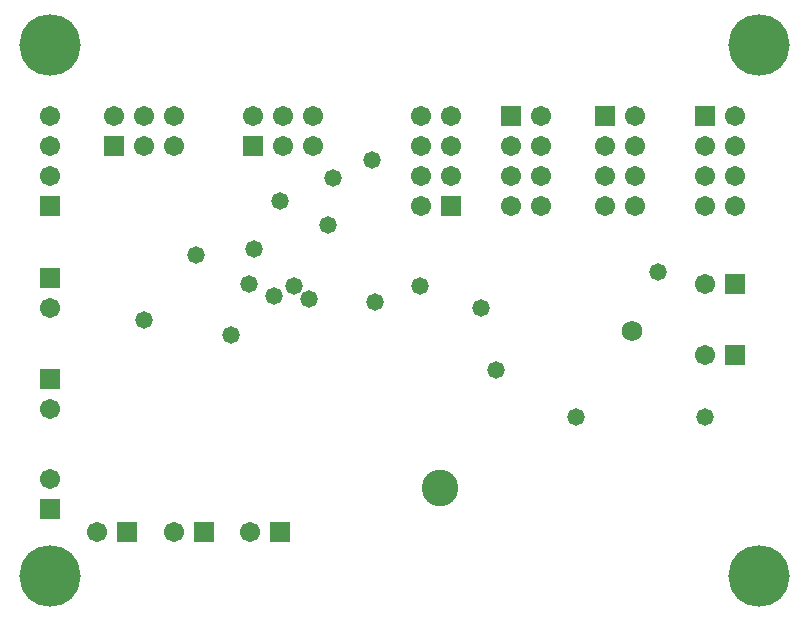
<source format=gbs>
G04 Layer_Color=16711935*
%FSLAX24Y24*%
%MOIN*%
G70*
G01*
G75*
%ADD38C,0.0680*%
%ADD46R,0.0671X0.0671*%
%ADD47C,0.0671*%
%ADD48R,0.0671X0.0671*%
%ADD49C,0.2049*%
%ADD50C,0.0580*%
%ADD51C,0.1220*%
D38*
X19390Y8169D02*
D03*
D46*
X22850Y9744D02*
D03*
Y7382D02*
D03*
X2134Y14344D02*
D03*
X6770D02*
D03*
X2559Y1476D02*
D03*
X5118D02*
D03*
X7677D02*
D03*
D47*
X21850Y9744D02*
D03*
Y7382D02*
D03*
X-0Y15344D02*
D03*
Y14344D02*
D03*
Y13344D02*
D03*
X2134Y15344D02*
D03*
X3134Y14344D02*
D03*
Y15344D02*
D03*
X4134Y14344D02*
D03*
Y15344D02*
D03*
X22850Y12350D02*
D03*
X21850D02*
D03*
X22850Y13350D02*
D03*
X21850D02*
D03*
X22850Y14350D02*
D03*
X21850D02*
D03*
X22850Y15350D02*
D03*
X19498Y12354D02*
D03*
X18498D02*
D03*
X19498Y13354D02*
D03*
X18498D02*
D03*
X19498Y14354D02*
D03*
X18498D02*
D03*
X19498Y15354D02*
D03*
X16358Y12354D02*
D03*
X15358D02*
D03*
X16358Y13354D02*
D03*
X15358D02*
D03*
X16358Y14354D02*
D03*
X15358D02*
D03*
X16358Y15354D02*
D03*
X12356Y15344D02*
D03*
X13356D02*
D03*
X12356Y14344D02*
D03*
X13356D02*
D03*
X12356Y13344D02*
D03*
X13356D02*
D03*
X12356Y12344D02*
D03*
X6770Y15344D02*
D03*
X7770Y14344D02*
D03*
Y15344D02*
D03*
X8770Y14344D02*
D03*
Y15344D02*
D03*
X-0Y8957D02*
D03*
Y5594D02*
D03*
Y3248D02*
D03*
X1559Y1476D02*
D03*
X4118D02*
D03*
X6677D02*
D03*
D48*
X-0Y12344D02*
D03*
X21850Y15350D02*
D03*
X18498Y15354D02*
D03*
X15358D02*
D03*
X13356Y12344D02*
D03*
X-0Y9957D02*
D03*
Y6594D02*
D03*
Y2248D02*
D03*
D49*
X0Y17717D02*
D03*
X23622D02*
D03*
Y0D02*
D03*
X0D02*
D03*
D50*
X14862Y6890D02*
D03*
X21850Y5315D02*
D03*
X17520D02*
D03*
X8150Y9696D02*
D03*
X6806Y10925D02*
D03*
X6026Y8036D02*
D03*
X4851Y10728D02*
D03*
X3134Y8563D02*
D03*
X14365Y8957D02*
D03*
X7677Y12500D02*
D03*
X9252Y11713D02*
D03*
X9449Y13287D02*
D03*
X12323Y9665D02*
D03*
X7480Y9350D02*
D03*
X10827Y9154D02*
D03*
X6644Y9744D02*
D03*
X10728Y13878D02*
D03*
X20276Y10138D02*
D03*
X8645Y9236D02*
D03*
D51*
X12992Y2953D02*
D03*
M02*

</source>
